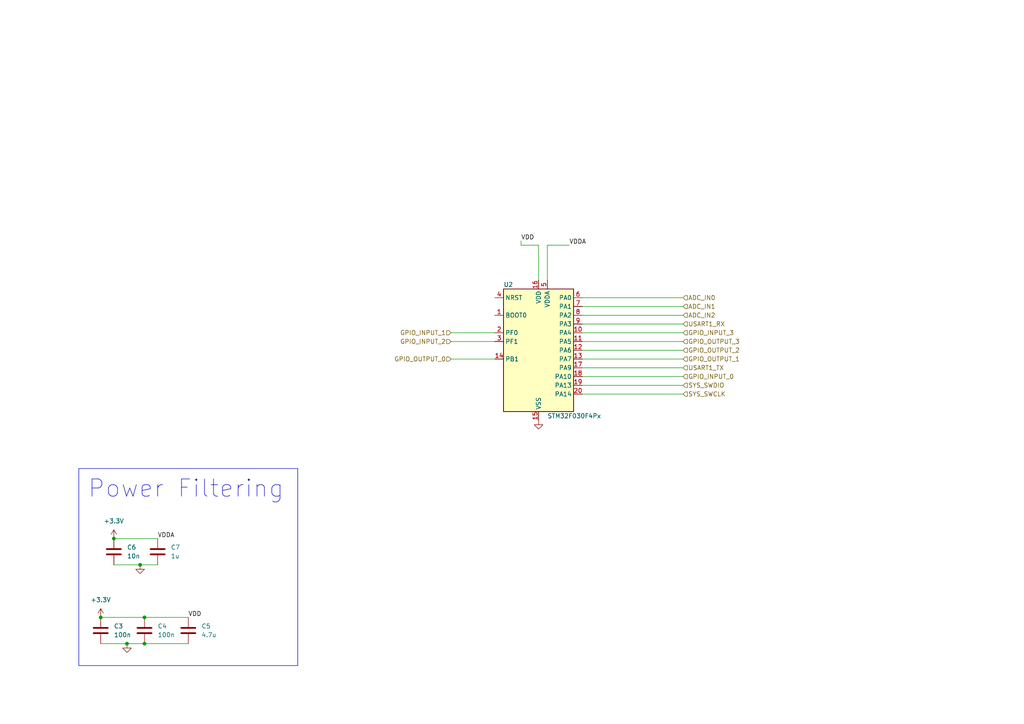
<source format=kicad_sch>
(kicad_sch (version 20230121) (generator eeschema)
  (paper "A4")
  (lib_symbols
    (symbol "Device:C" (pin_numbers hide) (pin_names (offset 0.254))
      (property "Reference" "C" (at 0.635 2.54 0))
      (property "Value" "C" (at 0.635 -2.54 0))
      (symbol "C_0_1"
        (polyline (pts (xy -2.032 -0.762) (xy 2.032 -0.762)) (stroke (width 0.508)))
        (polyline (pts (xy -2.032 0.762) (xy 2.032 0.762)) (stroke (width 0.508)))
      )
      (symbol "C_1_1"
        (pin passive line (at 0 3.81 270) (length 2.794) (name "~") (number "1"))
        (pin passive line (at 0 -3.81 90) (length 2.794) (name "~") (number "2"))
      )
    )
    (symbol "MCU_ST_STM32F0:STM32F030F4Px"
      (property "Reference" "U" (at -10.16 19.05 0))
      (property "Value" "STM32F030F4Px" (at 5.08 19.05 0))
      (symbol "STM32F030F4Px_0_1"
        (rectangle (start -10.16 -17.78) (end 10.16 17.78) (stroke (width 0.254)) (fill (type background)))
      )
      (symbol "STM32F030F4Px_1_1"
        (pin input line (at -12.7 10.16 0) (length 2.54) (name "BOOT0") (number "1"))
        (pin bidirectional line (at 12.7 5.08 180) (length 2.54) (name "PA4") (number "10"))
        (pin bidirectional line (at 12.7 2.54 180) (length 2.54) (name "PA5") (number "11"))
        (pin bidirectional line (at 12.7 0 180) (length 2.54) (name "PA6") (number "12"))
        (pin bidirectional line (at 12.7 -2.54 180) (length 2.54) (name "PA7") (number "13"))
        (pin bidirectional line (at -12.7 -2.54 0) (length 2.54) (name "PB1") (number "14"))
        (pin power_in line (at 0 -20.32 90) (length 2.54) (name "VSS") (number "15"))
        (pin power_in line (at 0 20.32 270) (length 2.54) (name "VDD") (number "16"))
        (pin bidirectional line (at 12.7 -5.08 180) (length 2.54) (name "PA9") (number "17"))
        (pin bidirectional line (at 12.7 -7.62 180) (length 2.54) (name "PA10") (number "18"))
        (pin bidirectional line (at 12.7 -10.16 180) (length 2.54) (name "PA13") (number "19"))
        (pin bidirectional line (at -12.7 5.08 0) (length 2.54) (name "PF0") (number "2"))
        (pin bidirectional line (at 12.7 -12.7 180) (length 2.54) (name "PA14") (number "20"))
        (pin bidirectional line (at -12.7 2.54 0) (length 2.54) (name "PF1") (number "3"))
        (pin input line (at -12.7 15.24 0) (length 2.54) (name "NRST") (number "4"))
        (pin power_in line (at 2.54 20.32 270) (length 2.54) (name "VDDA") (number "5"))
        (pin bidirectional line (at 12.7 15.24 180) (length 2.54) (name "PA0") (number "6"))
        (pin bidirectional line (at 12.7 12.7 180) (length 2.54) (name "PA1") (number "7"))
        (pin bidirectional line (at 12.7 10.16 180) (length 2.54) (name "PA2") (number "8"))
        (pin bidirectional line (at 12.7 7.62 180) (length 2.54) (name "PA3") (number "9"))
      )
    )
    (symbol "power:+3.3V" (power) (pin_names (offset 0))
      (property "Value" "+3.3V" (at 0 3.556 0))
      (symbol "+3.3V_0_1"
        (polyline (pts (xy -0.762 1.27) (xy 0 2.54)))
        (polyline (pts (xy 0 0) (xy 0 2.54)))
        (polyline (pts (xy 0 2.54) (xy 0.762 1.27)))
      )
      (symbol "+3.3V_1_1"
        (pin power_in line (at 0 0 90) (length 0) hide (name "+3.3V") (number "1"))
      )
    )
    (symbol "power:GND" (power) (pin_names (offset 0))
      (property "Value" "GND" (at 0 -3.81 0))
      (symbol "GND_0_1"
        (polyline (pts (xy 0 0) (xy 0 -1.27) (xy 1.27 -1.27) (xy 0 -2.54) (xy -1.27 -1.27) (xy 0 -1.27)))
      )
      (symbol "GND_1_1"
        (pin power_in line (at 0 0 270) (length 0) hide (name "GND") (number "1"))
      )
    )
  )
  (junction (at 41.91 186.69))
  (junction (at 29.21 179.07))
  (junction (at 36.83 186.69))
  (junction (at 41.91 179.07))
  (junction (at 33.02 156.21))
  (junction (at 40.64 163.83))
  (wire (pts (xy 156.21 71.12) (xy 156.21 81.28)))
  (wire (pts (xy 151.13 69.85) (xy 151.13 71.12)))
  (wire (pts (xy 158.75 71.12) (xy 158.75 81.28)))
  (wire (pts (xy 165.1 71.12) (xy 158.75 71.12)))
  (wire (pts (xy 198.12 101.6) (xy 168.91 101.6)))
  (wire (pts (xy 130.81 104.14) (xy 143.51 104.14)))
  (wire (pts (xy 198.12 96.52) (xy 168.91 96.52)))
  (wire (pts (xy 29.21 179.07) (xy 41.91 179.07)))
  (wire (pts (xy 130.81 99.06) (xy 143.51 99.06)))
  (wire (pts (xy 36.83 186.69) (xy 41.91 186.69)))
  (wire (pts (xy 130.81 96.52) (xy 143.51 96.52)))
  (wire (pts (xy 33.02 156.21) (xy 45.72 156.21)))
  (wire (pts (xy 33.02 163.83) (xy 40.64 163.83)))
  (wire (pts (xy 198.12 114.3) (xy 168.91 114.3)))
  (wire (pts (xy 198.12 88.9) (xy 168.91 88.9)))
  (wire (pts (xy 198.12 91.44) (xy 168.91 91.44)))
  (wire (pts (xy 41.91 186.69) (xy 54.61 186.69)))
  (wire (pts (xy 198.12 104.14) (xy 168.91 104.14)))
  (wire (pts (xy 41.91 179.07) (xy 54.61 179.07)))
  (wire (pts (xy 198.12 111.76) (xy 168.91 111.76)))
  (wire (pts (xy 198.12 93.98) (xy 168.91 93.98)))
  (wire (pts (xy 40.64 163.83) (xy 45.72 163.83)))
  (wire (pts (xy 29.21 186.69) (xy 36.83 186.69)))
  (wire (pts (xy 198.12 86.36) (xy 168.91 86.36)))
  (wire (pts (xy 198.12 99.06) (xy 168.91 99.06)))
  (wire (pts (xy 151.13 71.12) (xy 156.21 71.12)))
  (wire (pts (xy 198.12 109.22) (xy 168.91 109.22)))
  (wire (pts (xy 198.12 106.68) (xy 168.91 106.68)))
  (rectangle (start 22.86 135.89) (end 86.36 193.04))
  (text "Power Filtering	" (at 25.4 144.78 0) (effects (font (size 5 5)) (justify left bottom)))
  (label "VDDA" (at 45.72 156.21 0))
  (label "VDDA" (at 165.1 71.12 0))
  (label "VDD" (at 151.13 69.85 0))
  (label "VDD" (at 54.61 179.07 0))
  (hierarchical_label "GPIO_INPUT_1" (shape input) (at 130.81 96.52 180))
  (hierarchical_label "GPIO_OUTPUT_0" (shape input) (at 130.81 104.14 180))
  (hierarchical_label "SYS_SWDIO" (shape input) (at 198.12 111.76 0))
  (hierarchical_label "USART1_TX" (shape input) (at 198.12 106.68 0))
  (hierarchical_label "GPIO_OUTPUT_1" (shape input) (at 198.12 104.14 0))
  (hierarchical_label "ADC_IN1" (shape input) (at 198.12 88.9 0))
  (hierarchical_label "GPIO_OUTPUT_2" (shape input) (at 198.12 101.6 0))
  (hierarchical_label "GPIO_INPUT_2" (shape input) (at 130.81 99.06 180))
  (hierarchical_label "ADC_IN0" (shape input) (at 198.12 86.36 0))
  (hierarchical_label "USART1_RX" (shape input) (at 198.12 93.98 0))
  (hierarchical_label "GPIO_INPUT_3" (shape input) (at 198.12 96.52 0))
  (hierarchical_label "ADC_IN2" (shape input) (at 198.12 91.44 0))
  (hierarchical_label "GPIO_OUTPUT_3" (shape input) (at 198.12 99.06 0))
  (hierarchical_label "GPIO_INPUT_0" (shape input) (at 198.12 109.22 0))
  (hierarchical_label "SYS_SWCLK" (shape input) (at 198.12 114.3 0))
  (symbol (lib_id "power:GND") (at 156.21 121.92 0) (unit 1)
    (property "Reference" "#PWR05" (effects hide))
    (property "Value" "GND" (effects hide))
  )
  (symbol (lib_id "MCU_ST_STM32F0:STM32F030F4Px") (at 156.21 101.6 0) (unit 1)
    (property "Reference" "U2" (at 146.05 82.55 0) (effects (justify left)))
    (property "Value" "STM32F030F4Px" (at 158.75 120.65 0) (effects (justify left)))
    (property "Footprint" "Package_SO:TSSOP-20_4.4x6.5mm_P0.65mm" (effects hide))
    (property "Datasheet" "https://www.st.com/resource/en/datasheet/stm32f030f4.pdf" (effects hide))
  )
  (symbol (lib_id "power:+3.3V") (at 29.21 179.07 0) (unit 1)
    (property "Reference" "#PWR06" (effects hide))
    (property "Value" "+3.3V" (at 29.21 173.99 0))
  )
  (symbol (lib_id "Device:C") (at 29.21 182.88 0) (unit 1)
    (property "Reference" "C3" (at 33.02 181.61 0) (effects (justify left)))
    (property "Value" "100n" (at 33.02 184.15 0) (effects (justify left)))
  )
  (symbol (lib_id "Device:C") (at 54.61 182.88 0) (unit 1)
    (property "Reference" "C5" (at 58.42 181.61 0) (effects (justify left)))
    (property "Value" "4.7u" (at 58.42 184.15 0) (effects (justify left)))
  )
  (symbol (lib_id "Device:C") (at 33.02 160.02 0) (unit 1)
    (property "Reference" "C6" (at 36.83 158.75 0) (effects (justify left)))
    (property "Value" "10n" (at 36.83 161.29 0) (effects (justify left)))
  )
  (symbol (lib_id "Device:C") (at 41.91 182.88 0) (unit 1)
    (property "Reference" "C4" (at 45.72 181.61 0) (effects (justify left)))
    (property "Value" "100n" (at 45.72 184.15 0) (effects (justify left)))
  )
  (symbol (lib_id "power:+3.3V") (at 33.02 156.21 0) (unit 1)
    (property "Reference" "#PWR010" (effects hide))
    (property "Value" "+3.3V" (at 33.02 151.13 0))
  )
  (symbol (lib_id "Device:C") (at 45.72 160.02 0) (unit 1)
    (property "Reference" "C7" (at 49.53 158.75 0) (effects (justify left)))
    (property "Value" "1u" (at 49.53 161.29 0) (effects (justify left)))
  )
  (symbol (lib_id "power:GND") (at 36.83 186.69 0) (unit 1)
    (property "Reference" "#PWR07" (effects hide))
    (property "Value" "GND" (effects hide))
  )
  (symbol (lib_id "power:GND") (at 40.64 163.83 0) (unit 1)
    (property "Reference" "#PWR09" (effects hide))
    (property "Value" "GND" (effects hide))
  )
)
</source>
